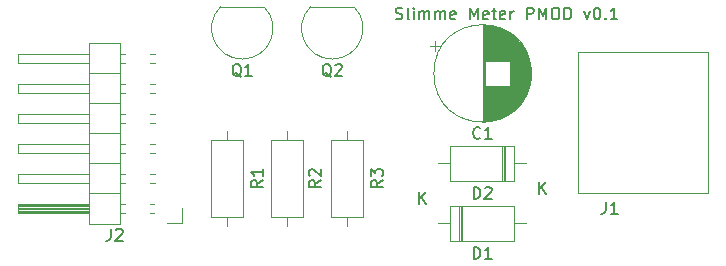
<source format=gbr>
%TF.GenerationSoftware,KiCad,Pcbnew,7.0.7*%
%TF.CreationDate,2023-08-25T15:40:09+02:00*%
%TF.ProjectId,blaat_p1if,626c6161-745f-4703-9169-662e6b696361,rev?*%
%TF.SameCoordinates,Original*%
%TF.FileFunction,Legend,Top*%
%TF.FilePolarity,Positive*%
%FSLAX46Y46*%
G04 Gerber Fmt 4.6, Leading zero omitted, Abs format (unit mm)*
G04 Created by KiCad (PCBNEW 7.0.7) date 2023-08-25 15:40:09*
%MOMM*%
%LPD*%
G01*
G04 APERTURE LIST*
%ADD10C,0.150000*%
%ADD11C,0.120000*%
G04 APERTURE END LIST*
D10*
X118399160Y-52527200D02*
X118542017Y-52574819D01*
X118542017Y-52574819D02*
X118780112Y-52574819D01*
X118780112Y-52574819D02*
X118875350Y-52527200D01*
X118875350Y-52527200D02*
X118922969Y-52479580D01*
X118922969Y-52479580D02*
X118970588Y-52384342D01*
X118970588Y-52384342D02*
X118970588Y-52289104D01*
X118970588Y-52289104D02*
X118922969Y-52193866D01*
X118922969Y-52193866D02*
X118875350Y-52146247D01*
X118875350Y-52146247D02*
X118780112Y-52098628D01*
X118780112Y-52098628D02*
X118589636Y-52051009D01*
X118589636Y-52051009D02*
X118494398Y-52003390D01*
X118494398Y-52003390D02*
X118446779Y-51955771D01*
X118446779Y-51955771D02*
X118399160Y-51860533D01*
X118399160Y-51860533D02*
X118399160Y-51765295D01*
X118399160Y-51765295D02*
X118446779Y-51670057D01*
X118446779Y-51670057D02*
X118494398Y-51622438D01*
X118494398Y-51622438D02*
X118589636Y-51574819D01*
X118589636Y-51574819D02*
X118827731Y-51574819D01*
X118827731Y-51574819D02*
X118970588Y-51622438D01*
X119542017Y-52574819D02*
X119446779Y-52527200D01*
X119446779Y-52527200D02*
X119399160Y-52431961D01*
X119399160Y-52431961D02*
X119399160Y-51574819D01*
X119922970Y-52574819D02*
X119922970Y-51908152D01*
X119922970Y-51574819D02*
X119875351Y-51622438D01*
X119875351Y-51622438D02*
X119922970Y-51670057D01*
X119922970Y-51670057D02*
X119970589Y-51622438D01*
X119970589Y-51622438D02*
X119922970Y-51574819D01*
X119922970Y-51574819D02*
X119922970Y-51670057D01*
X120399160Y-52574819D02*
X120399160Y-51908152D01*
X120399160Y-52003390D02*
X120446779Y-51955771D01*
X120446779Y-51955771D02*
X120542017Y-51908152D01*
X120542017Y-51908152D02*
X120684874Y-51908152D01*
X120684874Y-51908152D02*
X120780112Y-51955771D01*
X120780112Y-51955771D02*
X120827731Y-52051009D01*
X120827731Y-52051009D02*
X120827731Y-52574819D01*
X120827731Y-52051009D02*
X120875350Y-51955771D01*
X120875350Y-51955771D02*
X120970588Y-51908152D01*
X120970588Y-51908152D02*
X121113445Y-51908152D01*
X121113445Y-51908152D02*
X121208684Y-51955771D01*
X121208684Y-51955771D02*
X121256303Y-52051009D01*
X121256303Y-52051009D02*
X121256303Y-52574819D01*
X121732493Y-52574819D02*
X121732493Y-51908152D01*
X121732493Y-52003390D02*
X121780112Y-51955771D01*
X121780112Y-51955771D02*
X121875350Y-51908152D01*
X121875350Y-51908152D02*
X122018207Y-51908152D01*
X122018207Y-51908152D02*
X122113445Y-51955771D01*
X122113445Y-51955771D02*
X122161064Y-52051009D01*
X122161064Y-52051009D02*
X122161064Y-52574819D01*
X122161064Y-52051009D02*
X122208683Y-51955771D01*
X122208683Y-51955771D02*
X122303921Y-51908152D01*
X122303921Y-51908152D02*
X122446778Y-51908152D01*
X122446778Y-51908152D02*
X122542017Y-51955771D01*
X122542017Y-51955771D02*
X122589636Y-52051009D01*
X122589636Y-52051009D02*
X122589636Y-52574819D01*
X123446778Y-52527200D02*
X123351540Y-52574819D01*
X123351540Y-52574819D02*
X123161064Y-52574819D01*
X123161064Y-52574819D02*
X123065826Y-52527200D01*
X123065826Y-52527200D02*
X123018207Y-52431961D01*
X123018207Y-52431961D02*
X123018207Y-52051009D01*
X123018207Y-52051009D02*
X123065826Y-51955771D01*
X123065826Y-51955771D02*
X123161064Y-51908152D01*
X123161064Y-51908152D02*
X123351540Y-51908152D01*
X123351540Y-51908152D02*
X123446778Y-51955771D01*
X123446778Y-51955771D02*
X123494397Y-52051009D01*
X123494397Y-52051009D02*
X123494397Y-52146247D01*
X123494397Y-52146247D02*
X123018207Y-52241485D01*
X124684874Y-52574819D02*
X124684874Y-51574819D01*
X124684874Y-51574819D02*
X125018207Y-52289104D01*
X125018207Y-52289104D02*
X125351540Y-51574819D01*
X125351540Y-51574819D02*
X125351540Y-52574819D01*
X126208683Y-52527200D02*
X126113445Y-52574819D01*
X126113445Y-52574819D02*
X125922969Y-52574819D01*
X125922969Y-52574819D02*
X125827731Y-52527200D01*
X125827731Y-52527200D02*
X125780112Y-52431961D01*
X125780112Y-52431961D02*
X125780112Y-52051009D01*
X125780112Y-52051009D02*
X125827731Y-51955771D01*
X125827731Y-51955771D02*
X125922969Y-51908152D01*
X125922969Y-51908152D02*
X126113445Y-51908152D01*
X126113445Y-51908152D02*
X126208683Y-51955771D01*
X126208683Y-51955771D02*
X126256302Y-52051009D01*
X126256302Y-52051009D02*
X126256302Y-52146247D01*
X126256302Y-52146247D02*
X125780112Y-52241485D01*
X126542017Y-51908152D02*
X126922969Y-51908152D01*
X126684874Y-51574819D02*
X126684874Y-52431961D01*
X126684874Y-52431961D02*
X126732493Y-52527200D01*
X126732493Y-52527200D02*
X126827731Y-52574819D01*
X126827731Y-52574819D02*
X126922969Y-52574819D01*
X127637255Y-52527200D02*
X127542017Y-52574819D01*
X127542017Y-52574819D02*
X127351541Y-52574819D01*
X127351541Y-52574819D02*
X127256303Y-52527200D01*
X127256303Y-52527200D02*
X127208684Y-52431961D01*
X127208684Y-52431961D02*
X127208684Y-52051009D01*
X127208684Y-52051009D02*
X127256303Y-51955771D01*
X127256303Y-51955771D02*
X127351541Y-51908152D01*
X127351541Y-51908152D02*
X127542017Y-51908152D01*
X127542017Y-51908152D02*
X127637255Y-51955771D01*
X127637255Y-51955771D02*
X127684874Y-52051009D01*
X127684874Y-52051009D02*
X127684874Y-52146247D01*
X127684874Y-52146247D02*
X127208684Y-52241485D01*
X128113446Y-52574819D02*
X128113446Y-51908152D01*
X128113446Y-52098628D02*
X128161065Y-52003390D01*
X128161065Y-52003390D02*
X128208684Y-51955771D01*
X128208684Y-51955771D02*
X128303922Y-51908152D01*
X128303922Y-51908152D02*
X128399160Y-51908152D01*
X129494399Y-52574819D02*
X129494399Y-51574819D01*
X129494399Y-51574819D02*
X129875351Y-51574819D01*
X129875351Y-51574819D02*
X129970589Y-51622438D01*
X129970589Y-51622438D02*
X130018208Y-51670057D01*
X130018208Y-51670057D02*
X130065827Y-51765295D01*
X130065827Y-51765295D02*
X130065827Y-51908152D01*
X130065827Y-51908152D02*
X130018208Y-52003390D01*
X130018208Y-52003390D02*
X129970589Y-52051009D01*
X129970589Y-52051009D02*
X129875351Y-52098628D01*
X129875351Y-52098628D02*
X129494399Y-52098628D01*
X130494399Y-52574819D02*
X130494399Y-51574819D01*
X130494399Y-51574819D02*
X130827732Y-52289104D01*
X130827732Y-52289104D02*
X131161065Y-51574819D01*
X131161065Y-51574819D02*
X131161065Y-52574819D01*
X131827732Y-51574819D02*
X132018208Y-51574819D01*
X132018208Y-51574819D02*
X132113446Y-51622438D01*
X132113446Y-51622438D02*
X132208684Y-51717676D01*
X132208684Y-51717676D02*
X132256303Y-51908152D01*
X132256303Y-51908152D02*
X132256303Y-52241485D01*
X132256303Y-52241485D02*
X132208684Y-52431961D01*
X132208684Y-52431961D02*
X132113446Y-52527200D01*
X132113446Y-52527200D02*
X132018208Y-52574819D01*
X132018208Y-52574819D02*
X131827732Y-52574819D01*
X131827732Y-52574819D02*
X131732494Y-52527200D01*
X131732494Y-52527200D02*
X131637256Y-52431961D01*
X131637256Y-52431961D02*
X131589637Y-52241485D01*
X131589637Y-52241485D02*
X131589637Y-51908152D01*
X131589637Y-51908152D02*
X131637256Y-51717676D01*
X131637256Y-51717676D02*
X131732494Y-51622438D01*
X131732494Y-51622438D02*
X131827732Y-51574819D01*
X132684875Y-52574819D02*
X132684875Y-51574819D01*
X132684875Y-51574819D02*
X132922970Y-51574819D01*
X132922970Y-51574819D02*
X133065827Y-51622438D01*
X133065827Y-51622438D02*
X133161065Y-51717676D01*
X133161065Y-51717676D02*
X133208684Y-51812914D01*
X133208684Y-51812914D02*
X133256303Y-52003390D01*
X133256303Y-52003390D02*
X133256303Y-52146247D01*
X133256303Y-52146247D02*
X133208684Y-52336723D01*
X133208684Y-52336723D02*
X133161065Y-52431961D01*
X133161065Y-52431961D02*
X133065827Y-52527200D01*
X133065827Y-52527200D02*
X132922970Y-52574819D01*
X132922970Y-52574819D02*
X132684875Y-52574819D01*
X134351542Y-51908152D02*
X134589637Y-52574819D01*
X134589637Y-52574819D02*
X134827732Y-51908152D01*
X135399161Y-51574819D02*
X135494399Y-51574819D01*
X135494399Y-51574819D02*
X135589637Y-51622438D01*
X135589637Y-51622438D02*
X135637256Y-51670057D01*
X135637256Y-51670057D02*
X135684875Y-51765295D01*
X135684875Y-51765295D02*
X135732494Y-51955771D01*
X135732494Y-51955771D02*
X135732494Y-52193866D01*
X135732494Y-52193866D02*
X135684875Y-52384342D01*
X135684875Y-52384342D02*
X135637256Y-52479580D01*
X135637256Y-52479580D02*
X135589637Y-52527200D01*
X135589637Y-52527200D02*
X135494399Y-52574819D01*
X135494399Y-52574819D02*
X135399161Y-52574819D01*
X135399161Y-52574819D02*
X135303923Y-52527200D01*
X135303923Y-52527200D02*
X135256304Y-52479580D01*
X135256304Y-52479580D02*
X135208685Y-52384342D01*
X135208685Y-52384342D02*
X135161066Y-52193866D01*
X135161066Y-52193866D02*
X135161066Y-51955771D01*
X135161066Y-51955771D02*
X135208685Y-51765295D01*
X135208685Y-51765295D02*
X135256304Y-51670057D01*
X135256304Y-51670057D02*
X135303923Y-51622438D01*
X135303923Y-51622438D02*
X135399161Y-51574819D01*
X136161066Y-52479580D02*
X136208685Y-52527200D01*
X136208685Y-52527200D02*
X136161066Y-52574819D01*
X136161066Y-52574819D02*
X136113447Y-52527200D01*
X136113447Y-52527200D02*
X136161066Y-52479580D01*
X136161066Y-52479580D02*
X136161066Y-52574819D01*
X137161065Y-52574819D02*
X136589637Y-52574819D01*
X136875351Y-52574819D02*
X136875351Y-51574819D01*
X136875351Y-51574819D02*
X136780113Y-51717676D01*
X136780113Y-51717676D02*
X136684875Y-51812914D01*
X136684875Y-51812914D02*
X136589637Y-51860533D01*
X136191666Y-68034819D02*
X136191666Y-68749104D01*
X136191666Y-68749104D02*
X136144047Y-68891961D01*
X136144047Y-68891961D02*
X136048809Y-68987200D01*
X136048809Y-68987200D02*
X135905952Y-69034819D01*
X135905952Y-69034819D02*
X135810714Y-69034819D01*
X137191666Y-69034819D02*
X136620238Y-69034819D01*
X136905952Y-69034819D02*
X136905952Y-68034819D01*
X136905952Y-68034819D02*
X136810714Y-68177676D01*
X136810714Y-68177676D02*
X136715476Y-68272914D01*
X136715476Y-68272914D02*
X136620238Y-68320533D01*
X117294819Y-66206666D02*
X116818628Y-66539999D01*
X117294819Y-66778094D02*
X116294819Y-66778094D01*
X116294819Y-66778094D02*
X116294819Y-66397142D01*
X116294819Y-66397142D02*
X116342438Y-66301904D01*
X116342438Y-66301904D02*
X116390057Y-66254285D01*
X116390057Y-66254285D02*
X116485295Y-66206666D01*
X116485295Y-66206666D02*
X116628152Y-66206666D01*
X116628152Y-66206666D02*
X116723390Y-66254285D01*
X116723390Y-66254285D02*
X116771009Y-66301904D01*
X116771009Y-66301904D02*
X116818628Y-66397142D01*
X116818628Y-66397142D02*
X116818628Y-66778094D01*
X116294819Y-65873332D02*
X116294819Y-65254285D01*
X116294819Y-65254285D02*
X116675771Y-65587618D01*
X116675771Y-65587618D02*
X116675771Y-65444761D01*
X116675771Y-65444761D02*
X116723390Y-65349523D01*
X116723390Y-65349523D02*
X116771009Y-65301904D01*
X116771009Y-65301904D02*
X116866247Y-65254285D01*
X116866247Y-65254285D02*
X117104342Y-65254285D01*
X117104342Y-65254285D02*
X117199580Y-65301904D01*
X117199580Y-65301904D02*
X117247200Y-65349523D01*
X117247200Y-65349523D02*
X117294819Y-65444761D01*
X117294819Y-65444761D02*
X117294819Y-65730475D01*
X117294819Y-65730475D02*
X117247200Y-65825713D01*
X117247200Y-65825713D02*
X117199580Y-65873332D01*
X94281666Y-70304819D02*
X94281666Y-71019104D01*
X94281666Y-71019104D02*
X94234047Y-71161961D01*
X94234047Y-71161961D02*
X94138809Y-71257200D01*
X94138809Y-71257200D02*
X93995952Y-71304819D01*
X93995952Y-71304819D02*
X93900714Y-71304819D01*
X94710238Y-70400057D02*
X94757857Y-70352438D01*
X94757857Y-70352438D02*
X94853095Y-70304819D01*
X94853095Y-70304819D02*
X95091190Y-70304819D01*
X95091190Y-70304819D02*
X95186428Y-70352438D01*
X95186428Y-70352438D02*
X95234047Y-70400057D01*
X95234047Y-70400057D02*
X95281666Y-70495295D01*
X95281666Y-70495295D02*
X95281666Y-70590533D01*
X95281666Y-70590533D02*
X95234047Y-70733390D01*
X95234047Y-70733390D02*
X94662619Y-71304819D01*
X94662619Y-71304819D02*
X95281666Y-71304819D01*
X125563333Y-62589580D02*
X125515714Y-62637200D01*
X125515714Y-62637200D02*
X125372857Y-62684819D01*
X125372857Y-62684819D02*
X125277619Y-62684819D01*
X125277619Y-62684819D02*
X125134762Y-62637200D01*
X125134762Y-62637200D02*
X125039524Y-62541961D01*
X125039524Y-62541961D02*
X124991905Y-62446723D01*
X124991905Y-62446723D02*
X124944286Y-62256247D01*
X124944286Y-62256247D02*
X124944286Y-62113390D01*
X124944286Y-62113390D02*
X124991905Y-61922914D01*
X124991905Y-61922914D02*
X125039524Y-61827676D01*
X125039524Y-61827676D02*
X125134762Y-61732438D01*
X125134762Y-61732438D02*
X125277619Y-61684819D01*
X125277619Y-61684819D02*
X125372857Y-61684819D01*
X125372857Y-61684819D02*
X125515714Y-61732438D01*
X125515714Y-61732438D02*
X125563333Y-61780057D01*
X126515714Y-62684819D02*
X125944286Y-62684819D01*
X126230000Y-62684819D02*
X126230000Y-61684819D01*
X126230000Y-61684819D02*
X126134762Y-61827676D01*
X126134762Y-61827676D02*
X126039524Y-61922914D01*
X126039524Y-61922914D02*
X125944286Y-61970533D01*
X105314761Y-57450057D02*
X105219523Y-57402438D01*
X105219523Y-57402438D02*
X105124285Y-57307200D01*
X105124285Y-57307200D02*
X104981428Y-57164342D01*
X104981428Y-57164342D02*
X104886190Y-57116723D01*
X104886190Y-57116723D02*
X104790952Y-57116723D01*
X104838571Y-57354819D02*
X104743333Y-57307200D01*
X104743333Y-57307200D02*
X104648095Y-57211961D01*
X104648095Y-57211961D02*
X104600476Y-57021485D01*
X104600476Y-57021485D02*
X104600476Y-56688152D01*
X104600476Y-56688152D02*
X104648095Y-56497676D01*
X104648095Y-56497676D02*
X104743333Y-56402438D01*
X104743333Y-56402438D02*
X104838571Y-56354819D01*
X104838571Y-56354819D02*
X105029047Y-56354819D01*
X105029047Y-56354819D02*
X105124285Y-56402438D01*
X105124285Y-56402438D02*
X105219523Y-56497676D01*
X105219523Y-56497676D02*
X105267142Y-56688152D01*
X105267142Y-56688152D02*
X105267142Y-57021485D01*
X105267142Y-57021485D02*
X105219523Y-57211961D01*
X105219523Y-57211961D02*
X105124285Y-57307200D01*
X105124285Y-57307200D02*
X105029047Y-57354819D01*
X105029047Y-57354819D02*
X104838571Y-57354819D01*
X106219523Y-57354819D02*
X105648095Y-57354819D01*
X105933809Y-57354819D02*
X105933809Y-56354819D01*
X105933809Y-56354819D02*
X105838571Y-56497676D01*
X105838571Y-56497676D02*
X105743333Y-56592914D01*
X105743333Y-56592914D02*
X105648095Y-56640533D01*
X112934761Y-57450057D02*
X112839523Y-57402438D01*
X112839523Y-57402438D02*
X112744285Y-57307200D01*
X112744285Y-57307200D02*
X112601428Y-57164342D01*
X112601428Y-57164342D02*
X112506190Y-57116723D01*
X112506190Y-57116723D02*
X112410952Y-57116723D01*
X112458571Y-57354819D02*
X112363333Y-57307200D01*
X112363333Y-57307200D02*
X112268095Y-57211961D01*
X112268095Y-57211961D02*
X112220476Y-57021485D01*
X112220476Y-57021485D02*
X112220476Y-56688152D01*
X112220476Y-56688152D02*
X112268095Y-56497676D01*
X112268095Y-56497676D02*
X112363333Y-56402438D01*
X112363333Y-56402438D02*
X112458571Y-56354819D01*
X112458571Y-56354819D02*
X112649047Y-56354819D01*
X112649047Y-56354819D02*
X112744285Y-56402438D01*
X112744285Y-56402438D02*
X112839523Y-56497676D01*
X112839523Y-56497676D02*
X112887142Y-56688152D01*
X112887142Y-56688152D02*
X112887142Y-57021485D01*
X112887142Y-57021485D02*
X112839523Y-57211961D01*
X112839523Y-57211961D02*
X112744285Y-57307200D01*
X112744285Y-57307200D02*
X112649047Y-57354819D01*
X112649047Y-57354819D02*
X112458571Y-57354819D01*
X113268095Y-56450057D02*
X113315714Y-56402438D01*
X113315714Y-56402438D02*
X113410952Y-56354819D01*
X113410952Y-56354819D02*
X113649047Y-56354819D01*
X113649047Y-56354819D02*
X113744285Y-56402438D01*
X113744285Y-56402438D02*
X113791904Y-56450057D01*
X113791904Y-56450057D02*
X113839523Y-56545295D01*
X113839523Y-56545295D02*
X113839523Y-56640533D01*
X113839523Y-56640533D02*
X113791904Y-56783390D01*
X113791904Y-56783390D02*
X113220476Y-57354819D01*
X113220476Y-57354819D02*
X113839523Y-57354819D01*
X112044819Y-66206666D02*
X111568628Y-66539999D01*
X112044819Y-66778094D02*
X111044819Y-66778094D01*
X111044819Y-66778094D02*
X111044819Y-66397142D01*
X111044819Y-66397142D02*
X111092438Y-66301904D01*
X111092438Y-66301904D02*
X111140057Y-66254285D01*
X111140057Y-66254285D02*
X111235295Y-66206666D01*
X111235295Y-66206666D02*
X111378152Y-66206666D01*
X111378152Y-66206666D02*
X111473390Y-66254285D01*
X111473390Y-66254285D02*
X111521009Y-66301904D01*
X111521009Y-66301904D02*
X111568628Y-66397142D01*
X111568628Y-66397142D02*
X111568628Y-66778094D01*
X111140057Y-65825713D02*
X111092438Y-65778094D01*
X111092438Y-65778094D02*
X111044819Y-65682856D01*
X111044819Y-65682856D02*
X111044819Y-65444761D01*
X111044819Y-65444761D02*
X111092438Y-65349523D01*
X111092438Y-65349523D02*
X111140057Y-65301904D01*
X111140057Y-65301904D02*
X111235295Y-65254285D01*
X111235295Y-65254285D02*
X111330533Y-65254285D01*
X111330533Y-65254285D02*
X111473390Y-65301904D01*
X111473390Y-65301904D02*
X112044819Y-65873332D01*
X112044819Y-65873332D02*
X112044819Y-65254285D01*
X124991905Y-67764819D02*
X124991905Y-66764819D01*
X124991905Y-66764819D02*
X125230000Y-66764819D01*
X125230000Y-66764819D02*
X125372857Y-66812438D01*
X125372857Y-66812438D02*
X125468095Y-66907676D01*
X125468095Y-66907676D02*
X125515714Y-67002914D01*
X125515714Y-67002914D02*
X125563333Y-67193390D01*
X125563333Y-67193390D02*
X125563333Y-67336247D01*
X125563333Y-67336247D02*
X125515714Y-67526723D01*
X125515714Y-67526723D02*
X125468095Y-67621961D01*
X125468095Y-67621961D02*
X125372857Y-67717200D01*
X125372857Y-67717200D02*
X125230000Y-67764819D01*
X125230000Y-67764819D02*
X124991905Y-67764819D01*
X125944286Y-66860057D02*
X125991905Y-66812438D01*
X125991905Y-66812438D02*
X126087143Y-66764819D01*
X126087143Y-66764819D02*
X126325238Y-66764819D01*
X126325238Y-66764819D02*
X126420476Y-66812438D01*
X126420476Y-66812438D02*
X126468095Y-66860057D01*
X126468095Y-66860057D02*
X126515714Y-66955295D01*
X126515714Y-66955295D02*
X126515714Y-67050533D01*
X126515714Y-67050533D02*
X126468095Y-67193390D01*
X126468095Y-67193390D02*
X125896667Y-67764819D01*
X125896667Y-67764819D02*
X126515714Y-67764819D01*
X130548095Y-67324819D02*
X130548095Y-66324819D01*
X131119523Y-67324819D02*
X130690952Y-66753390D01*
X131119523Y-66324819D02*
X130548095Y-66896247D01*
X124991905Y-72844819D02*
X124991905Y-71844819D01*
X124991905Y-71844819D02*
X125230000Y-71844819D01*
X125230000Y-71844819D02*
X125372857Y-71892438D01*
X125372857Y-71892438D02*
X125468095Y-71987676D01*
X125468095Y-71987676D02*
X125515714Y-72082914D01*
X125515714Y-72082914D02*
X125563333Y-72273390D01*
X125563333Y-72273390D02*
X125563333Y-72416247D01*
X125563333Y-72416247D02*
X125515714Y-72606723D01*
X125515714Y-72606723D02*
X125468095Y-72701961D01*
X125468095Y-72701961D02*
X125372857Y-72797200D01*
X125372857Y-72797200D02*
X125230000Y-72844819D01*
X125230000Y-72844819D02*
X124991905Y-72844819D01*
X126515714Y-72844819D02*
X125944286Y-72844819D01*
X126230000Y-72844819D02*
X126230000Y-71844819D01*
X126230000Y-71844819D02*
X126134762Y-71987676D01*
X126134762Y-71987676D02*
X126039524Y-72082914D01*
X126039524Y-72082914D02*
X125944286Y-72130533D01*
X120388095Y-68204819D02*
X120388095Y-67204819D01*
X120959523Y-68204819D02*
X120530952Y-67633390D01*
X120959523Y-67204819D02*
X120388095Y-67776247D01*
X107134819Y-66206666D02*
X106658628Y-66539999D01*
X107134819Y-66778094D02*
X106134819Y-66778094D01*
X106134819Y-66778094D02*
X106134819Y-66397142D01*
X106134819Y-66397142D02*
X106182438Y-66301904D01*
X106182438Y-66301904D02*
X106230057Y-66254285D01*
X106230057Y-66254285D02*
X106325295Y-66206666D01*
X106325295Y-66206666D02*
X106468152Y-66206666D01*
X106468152Y-66206666D02*
X106563390Y-66254285D01*
X106563390Y-66254285D02*
X106611009Y-66301904D01*
X106611009Y-66301904D02*
X106658628Y-66397142D01*
X106658628Y-66397142D02*
X106658628Y-66778094D01*
X107134819Y-65254285D02*
X107134819Y-65825713D01*
X107134819Y-65539999D02*
X106134819Y-65539999D01*
X106134819Y-65539999D02*
X106277676Y-65635237D01*
X106277676Y-65635237D02*
X106372914Y-65730475D01*
X106372914Y-65730475D02*
X106420533Y-65825713D01*
D11*
%TO.C,J1*%
X133860000Y-55310000D02*
X139860000Y-55310000D01*
X133860000Y-67310000D02*
X133860000Y-55310000D01*
X139860000Y-67310000D02*
X133860000Y-67310000D01*
X144860000Y-55310000D02*
X144860000Y-67310000D01*
X144860000Y-67310000D02*
X139860000Y-67310000D01*
X139860000Y-55310000D02*
X144860000Y-55310000D01*
%TO.C,R3*%
X114300000Y-70080000D02*
X114300000Y-69310000D01*
X114300000Y-62000000D02*
X114300000Y-62770000D01*
X115670000Y-62770000D02*
X112930000Y-62770000D01*
X112930000Y-69310000D02*
X115670000Y-69310000D01*
X112930000Y-62770000D02*
X112930000Y-69310000D01*
X115670000Y-69310000D02*
X115670000Y-62770000D01*
%TO.C,J2*%
X92420000Y-66420000D02*
X86420000Y-66420000D01*
X95477071Y-68200000D02*
X95080000Y-68200000D01*
X86420000Y-68200000D02*
X92420000Y-68200000D01*
X95477071Y-61340000D02*
X95080000Y-61340000D01*
X86420000Y-60580000D02*
X92420000Y-60580000D01*
X98017071Y-55500000D02*
X97562929Y-55500000D01*
X98017071Y-63880000D02*
X97562929Y-63880000D01*
X92420000Y-68780000D02*
X86420000Y-68780000D01*
X95080000Y-54550000D02*
X92420000Y-54550000D01*
X95080000Y-69910000D02*
X95080000Y-54550000D01*
X98017071Y-61340000D02*
X97562929Y-61340000D01*
X92420000Y-68900000D02*
X86420000Y-68900000D01*
X98017071Y-58800000D02*
X97562929Y-58800000D01*
X95080000Y-59690000D02*
X92420000Y-59690000D01*
X98017071Y-56260000D02*
X97562929Y-56260000D01*
X95477071Y-66420000D02*
X95080000Y-66420000D01*
X100330000Y-69850000D02*
X99060000Y-69850000D01*
X95080000Y-62230000D02*
X92420000Y-62230000D01*
X92420000Y-56260000D02*
X86420000Y-56260000D01*
X95477071Y-68960000D02*
X95080000Y-68960000D01*
X92420000Y-68660000D02*
X86420000Y-68660000D01*
X86420000Y-68960000D02*
X86420000Y-68200000D01*
X86420000Y-63120000D02*
X92420000Y-63120000D01*
X92420000Y-54550000D02*
X92420000Y-69910000D01*
X100330000Y-68580000D02*
X100330000Y-69850000D01*
X86420000Y-58800000D02*
X86420000Y-58040000D01*
X92420000Y-68960000D02*
X86420000Y-68960000D01*
X92420000Y-68300000D02*
X86420000Y-68300000D01*
X86420000Y-61340000D02*
X86420000Y-60580000D01*
X86420000Y-65660000D02*
X92420000Y-65660000D01*
X95477071Y-56260000D02*
X95080000Y-56260000D01*
X92420000Y-61340000D02*
X86420000Y-61340000D01*
X97950000Y-68960000D02*
X97562929Y-68960000D01*
X92420000Y-68420000D02*
X86420000Y-68420000D01*
X97950000Y-68200000D02*
X97562929Y-68200000D01*
X98017071Y-60580000D02*
X97562929Y-60580000D01*
X95477071Y-60580000D02*
X95080000Y-60580000D01*
X95080000Y-67310000D02*
X92420000Y-67310000D01*
X95477071Y-63120000D02*
X95080000Y-63120000D01*
X95477071Y-55500000D02*
X95080000Y-55500000D01*
X86420000Y-55500000D02*
X92420000Y-55500000D01*
X98017071Y-63120000D02*
X97562929Y-63120000D01*
X98017071Y-65660000D02*
X97562929Y-65660000D01*
X86420000Y-56260000D02*
X86420000Y-55500000D01*
X92420000Y-68540000D02*
X86420000Y-68540000D01*
X95477071Y-58040000D02*
X95080000Y-58040000D01*
X98017071Y-58040000D02*
X97562929Y-58040000D01*
X86420000Y-58040000D02*
X92420000Y-58040000D01*
X86420000Y-66420000D02*
X86420000Y-65660000D01*
X95080000Y-64770000D02*
X92420000Y-64770000D01*
X95080000Y-57150000D02*
X92420000Y-57150000D01*
X92420000Y-63880000D02*
X86420000Y-63880000D01*
X95477071Y-58800000D02*
X95080000Y-58800000D01*
X92420000Y-69910000D02*
X95080000Y-69910000D01*
X92420000Y-58800000D02*
X86420000Y-58800000D01*
X86420000Y-63880000D02*
X86420000Y-63120000D01*
X95477071Y-63880000D02*
X95080000Y-63880000D01*
X95477071Y-65660000D02*
X95080000Y-65660000D01*
X98017071Y-66420000D02*
X97562929Y-66420000D01*
%TO.C,C1*%
X121340302Y-54835000D02*
X122140302Y-54835000D01*
X121740302Y-54435000D02*
X121740302Y-55235000D01*
X125750000Y-53070000D02*
X125750000Y-61230000D01*
X125790000Y-53070000D02*
X125790000Y-61230000D01*
X125830000Y-53070000D02*
X125830000Y-61230000D01*
X125870000Y-53071000D02*
X125870000Y-61229000D01*
X125910000Y-53073000D02*
X125910000Y-61227000D01*
X125950000Y-53074000D02*
X125950000Y-61226000D01*
X125990000Y-53076000D02*
X125990000Y-56110000D01*
X125990000Y-58190000D02*
X125990000Y-61224000D01*
X126030000Y-53079000D02*
X126030000Y-56110000D01*
X126030000Y-58190000D02*
X126030000Y-61221000D01*
X126070000Y-53082000D02*
X126070000Y-56110000D01*
X126070000Y-58190000D02*
X126070000Y-61218000D01*
X126110000Y-53085000D02*
X126110000Y-56110000D01*
X126110000Y-58190000D02*
X126110000Y-61215000D01*
X126150000Y-53089000D02*
X126150000Y-56110000D01*
X126150000Y-58190000D02*
X126150000Y-61211000D01*
X126190000Y-53093000D02*
X126190000Y-56110000D01*
X126190000Y-58190000D02*
X126190000Y-61207000D01*
X126230000Y-53098000D02*
X126230000Y-56110000D01*
X126230000Y-58190000D02*
X126230000Y-61202000D01*
X126270000Y-53102000D02*
X126270000Y-56110000D01*
X126270000Y-58190000D02*
X126270000Y-61198000D01*
X126310000Y-53108000D02*
X126310000Y-56110000D01*
X126310000Y-58190000D02*
X126310000Y-61192000D01*
X126350000Y-53113000D02*
X126350000Y-56110000D01*
X126350000Y-58190000D02*
X126350000Y-61187000D01*
X126390000Y-53120000D02*
X126390000Y-56110000D01*
X126390000Y-58190000D02*
X126390000Y-61180000D01*
X126430000Y-53126000D02*
X126430000Y-56110000D01*
X126430000Y-58190000D02*
X126430000Y-61174000D01*
X126471000Y-53133000D02*
X126471000Y-56110000D01*
X126471000Y-58190000D02*
X126471000Y-61167000D01*
X126511000Y-53140000D02*
X126511000Y-56110000D01*
X126511000Y-58190000D02*
X126511000Y-61160000D01*
X126551000Y-53148000D02*
X126551000Y-56110000D01*
X126551000Y-58190000D02*
X126551000Y-61152000D01*
X126591000Y-53156000D02*
X126591000Y-56110000D01*
X126591000Y-58190000D02*
X126591000Y-61144000D01*
X126631000Y-53165000D02*
X126631000Y-56110000D01*
X126631000Y-58190000D02*
X126631000Y-61135000D01*
X126671000Y-53174000D02*
X126671000Y-56110000D01*
X126671000Y-58190000D02*
X126671000Y-61126000D01*
X126711000Y-53183000D02*
X126711000Y-56110000D01*
X126711000Y-58190000D02*
X126711000Y-61117000D01*
X126751000Y-53193000D02*
X126751000Y-56110000D01*
X126751000Y-58190000D02*
X126751000Y-61107000D01*
X126791000Y-53203000D02*
X126791000Y-56110000D01*
X126791000Y-58190000D02*
X126791000Y-61097000D01*
X126831000Y-53214000D02*
X126831000Y-56110000D01*
X126831000Y-58190000D02*
X126831000Y-61086000D01*
X126871000Y-53225000D02*
X126871000Y-56110000D01*
X126871000Y-58190000D02*
X126871000Y-61075000D01*
X126911000Y-53236000D02*
X126911000Y-56110000D01*
X126911000Y-58190000D02*
X126911000Y-61064000D01*
X126951000Y-53248000D02*
X126951000Y-56110000D01*
X126951000Y-58190000D02*
X126951000Y-61052000D01*
X126991000Y-53261000D02*
X126991000Y-56110000D01*
X126991000Y-58190000D02*
X126991000Y-61039000D01*
X127031000Y-53273000D02*
X127031000Y-56110000D01*
X127031000Y-58190000D02*
X127031000Y-61027000D01*
X127071000Y-53287000D02*
X127071000Y-56110000D01*
X127071000Y-58190000D02*
X127071000Y-61013000D01*
X127111000Y-53300000D02*
X127111000Y-56110000D01*
X127111000Y-58190000D02*
X127111000Y-61000000D01*
X127151000Y-53315000D02*
X127151000Y-56110000D01*
X127151000Y-58190000D02*
X127151000Y-60985000D01*
X127191000Y-53329000D02*
X127191000Y-56110000D01*
X127191000Y-58190000D02*
X127191000Y-60971000D01*
X127231000Y-53345000D02*
X127231000Y-56110000D01*
X127231000Y-58190000D02*
X127231000Y-60955000D01*
X127271000Y-53360000D02*
X127271000Y-56110000D01*
X127271000Y-58190000D02*
X127271000Y-60940000D01*
X127311000Y-53376000D02*
X127311000Y-56110000D01*
X127311000Y-58190000D02*
X127311000Y-60924000D01*
X127351000Y-53393000D02*
X127351000Y-56110000D01*
X127351000Y-58190000D02*
X127351000Y-60907000D01*
X127391000Y-53410000D02*
X127391000Y-56110000D01*
X127391000Y-58190000D02*
X127391000Y-60890000D01*
X127431000Y-53428000D02*
X127431000Y-56110000D01*
X127431000Y-58190000D02*
X127431000Y-60872000D01*
X127471000Y-53446000D02*
X127471000Y-56110000D01*
X127471000Y-58190000D02*
X127471000Y-60854000D01*
X127511000Y-53464000D02*
X127511000Y-56110000D01*
X127511000Y-58190000D02*
X127511000Y-60836000D01*
X127551000Y-53484000D02*
X127551000Y-56110000D01*
X127551000Y-58190000D02*
X127551000Y-60816000D01*
X127591000Y-53503000D02*
X127591000Y-56110000D01*
X127591000Y-58190000D02*
X127591000Y-60797000D01*
X127631000Y-53523000D02*
X127631000Y-56110000D01*
X127631000Y-58190000D02*
X127631000Y-60777000D01*
X127671000Y-53544000D02*
X127671000Y-56110000D01*
X127671000Y-58190000D02*
X127671000Y-60756000D01*
X127711000Y-53566000D02*
X127711000Y-56110000D01*
X127711000Y-58190000D02*
X127711000Y-60734000D01*
X127751000Y-53588000D02*
X127751000Y-56110000D01*
X127751000Y-58190000D02*
X127751000Y-60712000D01*
X127791000Y-53610000D02*
X127791000Y-56110000D01*
X127791000Y-58190000D02*
X127791000Y-60690000D01*
X127831000Y-53633000D02*
X127831000Y-56110000D01*
X127831000Y-58190000D02*
X127831000Y-60667000D01*
X127871000Y-53657000D02*
X127871000Y-56110000D01*
X127871000Y-58190000D02*
X127871000Y-60643000D01*
X127911000Y-53681000D02*
X127911000Y-56110000D01*
X127911000Y-58190000D02*
X127911000Y-60619000D01*
X127951000Y-53706000D02*
X127951000Y-56110000D01*
X127951000Y-58190000D02*
X127951000Y-60594000D01*
X127991000Y-53732000D02*
X127991000Y-56110000D01*
X127991000Y-58190000D02*
X127991000Y-60568000D01*
X128031000Y-53758000D02*
X128031000Y-56110000D01*
X128031000Y-58190000D02*
X128031000Y-60542000D01*
X128071000Y-53785000D02*
X128071000Y-60515000D01*
X128111000Y-53812000D02*
X128111000Y-60488000D01*
X128151000Y-53841000D02*
X128151000Y-60459000D01*
X128191000Y-53870000D02*
X128191000Y-60430000D01*
X128231000Y-53900000D02*
X128231000Y-60400000D01*
X128271000Y-53930000D02*
X128271000Y-60370000D01*
X128311000Y-53961000D02*
X128311000Y-60339000D01*
X128351000Y-53994000D02*
X128351000Y-60306000D01*
X128391000Y-54026000D02*
X128391000Y-60274000D01*
X128431000Y-54060000D02*
X128431000Y-60240000D01*
X128471000Y-54095000D02*
X128471000Y-60205000D01*
X128511000Y-54131000D02*
X128511000Y-60169000D01*
X128551000Y-54167000D02*
X128551000Y-60133000D01*
X128591000Y-54205000D02*
X128591000Y-60095000D01*
X128631000Y-54243000D02*
X128631000Y-60057000D01*
X128671000Y-54283000D02*
X128671000Y-60017000D01*
X128711000Y-54324000D02*
X128711000Y-59976000D01*
X128751000Y-54366000D02*
X128751000Y-59934000D01*
X128791000Y-54409000D02*
X128791000Y-59891000D01*
X128831000Y-54453000D02*
X128831000Y-59847000D01*
X128871000Y-54499000D02*
X128871000Y-59801000D01*
X128911000Y-54546000D02*
X128911000Y-59754000D01*
X128951000Y-54594000D02*
X128951000Y-59706000D01*
X128991000Y-54645000D02*
X128991000Y-59655000D01*
X129031000Y-54696000D02*
X129031000Y-59604000D01*
X129071000Y-54750000D02*
X129071000Y-59550000D01*
X129111000Y-54805000D02*
X129111000Y-59495000D01*
X129151000Y-54863000D02*
X129151000Y-59437000D01*
X129191000Y-54922000D02*
X129191000Y-59378000D01*
X129231000Y-54984000D02*
X129231000Y-59316000D01*
X129271000Y-55048000D02*
X129271000Y-59252000D01*
X129311000Y-55116000D02*
X129311000Y-59184000D01*
X129351000Y-55186000D02*
X129351000Y-59114000D01*
X129391000Y-55260000D02*
X129391000Y-59040000D01*
X129431000Y-55337000D02*
X129431000Y-58963000D01*
X129471000Y-55419000D02*
X129471000Y-58881000D01*
X129511000Y-55505000D02*
X129511000Y-58795000D01*
X129551000Y-55598000D02*
X129551000Y-58702000D01*
X129591000Y-55697000D02*
X129591000Y-58603000D01*
X129631000Y-55804000D02*
X129631000Y-58496000D01*
X129671000Y-55921000D02*
X129671000Y-58379000D01*
X129711000Y-56052000D02*
X129711000Y-58248000D01*
X129751000Y-56202000D02*
X129751000Y-58098000D01*
X129791000Y-56382000D02*
X129791000Y-57918000D01*
X129831000Y-56617000D02*
X129831000Y-57683000D01*
X129870000Y-57150000D02*
G75*
G03*
X129870000Y-57150000I-4120000J0D01*
G01*
%TO.C,Q1*%
X107210000Y-51490000D02*
X103610000Y-51490000D01*
X105410000Y-55940000D02*
G75*
G03*
X107248478Y-51501522I0J2600000D01*
G01*
X103571522Y-51501522D02*
G75*
G03*
X105410000Y-55940000I1838478J-1838478D01*
G01*
%TO.C,Q2*%
X114830000Y-51490000D02*
X111230000Y-51490000D01*
X113030000Y-55940000D02*
G75*
G03*
X114868478Y-51501522I0J2600000D01*
G01*
X111191522Y-51501522D02*
G75*
G03*
X113030000Y-55940000I1838478J-1838478D01*
G01*
%TO.C,R2*%
X109220000Y-70080000D02*
X109220000Y-69310000D01*
X107850000Y-69310000D02*
X110590000Y-69310000D01*
X110590000Y-69310000D02*
X110590000Y-62770000D01*
X107850000Y-62770000D02*
X107850000Y-69310000D01*
X110590000Y-62770000D02*
X107850000Y-62770000D01*
X109220000Y-62000000D02*
X109220000Y-62770000D01*
%TO.C,D2*%
X129470000Y-64770000D02*
X128450000Y-64770000D01*
X128450000Y-66240000D02*
X128450000Y-63300000D01*
X128450000Y-63300000D02*
X123010000Y-63300000D01*
X127670000Y-66240000D02*
X127670000Y-63300000D01*
X127550000Y-66240000D02*
X127550000Y-63300000D01*
X127430000Y-66240000D02*
X127430000Y-63300000D01*
X123010000Y-66240000D02*
X128450000Y-66240000D01*
X123010000Y-63300000D02*
X123010000Y-66240000D01*
X121990000Y-64770000D02*
X123010000Y-64770000D01*
%TO.C,D1*%
X121990000Y-69850000D02*
X123010000Y-69850000D01*
X123010000Y-68380000D02*
X123010000Y-71320000D01*
X123010000Y-71320000D02*
X128450000Y-71320000D01*
X123790000Y-68380000D02*
X123790000Y-71320000D01*
X123910000Y-68380000D02*
X123910000Y-71320000D01*
X124030000Y-68380000D02*
X124030000Y-71320000D01*
X128450000Y-68380000D02*
X123010000Y-68380000D01*
X128450000Y-71320000D02*
X128450000Y-68380000D01*
X129470000Y-69850000D02*
X128450000Y-69850000D01*
%TO.C,R1*%
X104140000Y-70080000D02*
X104140000Y-69310000D01*
X102770000Y-69310000D02*
X105510000Y-69310000D01*
X105510000Y-69310000D02*
X105510000Y-62770000D01*
X102770000Y-62770000D02*
X102770000Y-69310000D01*
X105510000Y-62770000D02*
X102770000Y-62770000D01*
X104140000Y-62000000D02*
X104140000Y-62770000D01*
%TD*%
M02*

</source>
